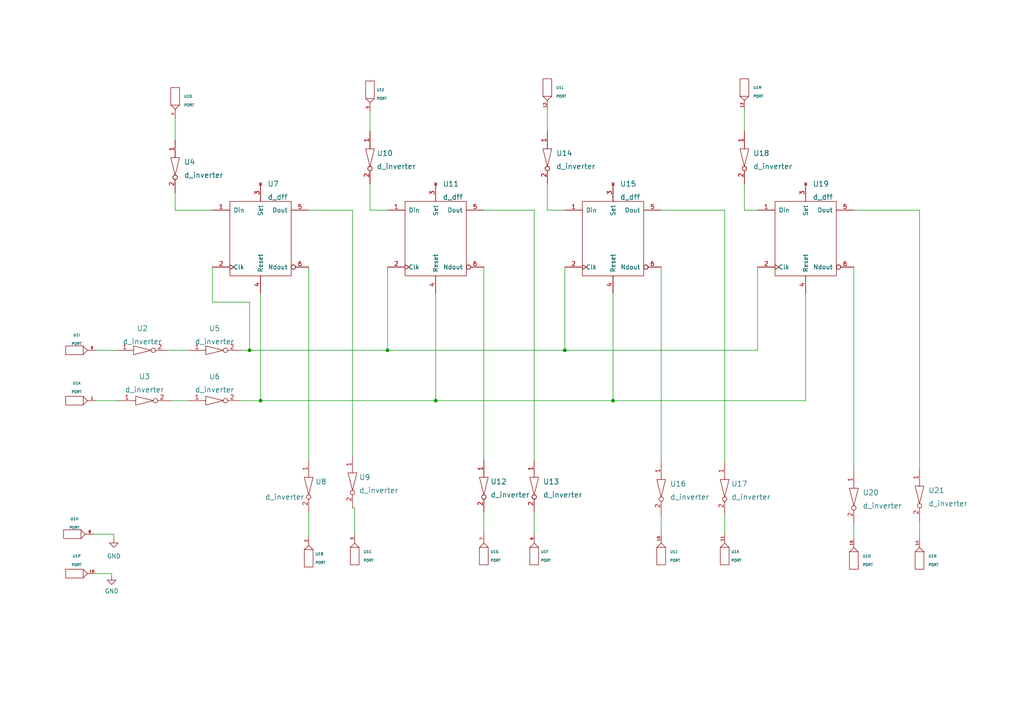
<source format=kicad_sch>
(kicad_sch (version 20211123) (generator eeschema)
  (paper "A4")
  (lib_symbols
    (symbol "d_dff_1" (pin_names (offset 1.016))
      (property "Reference" "U11" (at 2.0194 16.51 0))
      (property "Value" "d_dff_1" (at 2.0194 12.7 0))
      (symbol "d_dff_1_0_1"
        (rectangle (start 8.89 11.43) (end -8.89 -10.16))
      )
      (symbol "d_dff_1_1_1"
        (pin input line (at -13.97 8.89 0) (length 5.08) (name "Din") (number "1"))
        (pin input clock (at -13.97 -7.62 0) (length 5.08) (name "Clk") (number "2"))
        (pin no_connect line (at 0 16.51 270) (length 5.08) (name "Set") (number "3"))
        (pin input line (at 0 -15.24 90) (length 5.08) (name "Reset") (number "4"))
        (pin output line (at 13.97 8.89 180) (length 5.08) (name "Dout") (number "5"))
        (pin output inverted (at 13.97 -7.62 180) (length 5.08) (name "Ndout") (number "6"))
      )
    )
    (symbol "d_dff_2" (pin_names (offset 1.016))
      (property "Reference" "U7" (at 2.0194 16.51 0))
      (property "Value" "d_dff_2" (at 2.0194 12.7 0))
      (symbol "d_dff_2_0_1"
        (rectangle (start 8.89 11.43) (end -8.89 -10.16))
      )
      (symbol "d_dff_2_1_1"
        (pin input line (at -13.97 8.89 0) (length 5.08) (name "Din") (number "1"))
        (pin input clock (at -13.97 -7.62 0) (length 5.08) (name "Clk") (number "2"))
        (pin no_connect line (at 0 16.51 270) (length 5.08) (name "Set") (number "3"))
        (pin input line (at 0 -15.24 90) (length 5.08) (name "Reset") (number "4"))
        (pin output line (at 13.97 8.89 180) (length 5.08) (name "Dout") (number "5"))
        (pin output inverted (at 13.97 -7.62 180) (length 5.08) (name "Ndout") (number "6"))
      )
    )
    (symbol "d_dff_3" (pin_names (offset 1.016))
      (property "Reference" "U15" (at 2.0194 16.51 0))
      (property "Value" "d_dff_3" (at 2.0194 12.7 0))
      (symbol "d_dff_3_0_1"
        (rectangle (start 8.89 11.43) (end -8.89 -10.16))
      )
      (symbol "d_dff_3_1_1"
        (pin input line (at -13.97 8.89 0) (length 5.08) (name "Din") (number "1"))
        (pin input clock (at -13.97 -7.62 0) (length 5.08) (name "Clk") (number "2"))
        (pin no_connect line (at 0 16.51 270) (length 5.08) (name "Set") (number "3"))
        (pin input line (at 0 -15.24 90) (length 5.08) (name "Reset") (number "4"))
        (pin output line (at 13.97 8.89 180) (length 5.08) (name "Dout") (number "5"))
        (pin output inverted (at 13.97 -7.62 180) (length 5.08) (name "Ndout") (number "6"))
      )
    )
    (symbol "eSim_Digital:d_dff" (pin_names (offset 1.016))
      (property "Reference" "U19" (at 2.0194 16.51 0))
      (property "Value" "d_dff" (at 2.0194 12.7 0))
      (symbol "d_dff_0_1"
        (rectangle (start 8.89 11.43) (end -8.89 -10.16))
      )
      (symbol "d_dff_1_1"
        (pin input line (at -13.97 8.89 0) (length 5.08) (name "Din") (number "1"))
        (pin input clock (at -13.97 -7.62 0) (length 5.08) (name "Clk") (number "2"))
        (pin no_connect line (at 0 16.51 270) (length 5.08) (name "Set") (number "3"))
        (pin input line (at 0 -15.24 90) (length 5.08) (name "Reset") (number "4"))
        (pin output line (at 13.97 8.89 180) (length 5.08) (name "Dout") (number "5"))
        (pin output inverted (at 13.97 -7.62 180) (length 5.08) (name "Ndout") (number "6"))
      )
    )
    (symbol "eSim_Digital:d_inverter" (pin_names (offset 1.016))
      (property "Reference" "U" (at 0 -2.54 0))
      (property "Value" "d_inverter" (at 0 3.81 0))
      (symbol "d_inverter_0_1"
        (polyline (pts (xy -2.54 1.27) (xy -2.54 -1.27) (xy 2.54 0) (xy -2.54 1.27)))
      )
      (symbol "d_inverter_1_1"
        (pin input line (at -7.62 0 0) (length 5.08) (name "~") (number "1"))
        (pin output inverted (at 7.62 0 180) (length 5.08) (name "~") (number "2"))
      )
    )
    (symbol "eSim_Miscellaneous:PORT" (pin_names (offset 1.016))
      (property "Reference" "U" (at 1.27 2.54 0))
      (property "Value" "PORT" (at 0 0 0))
      (symbol "PORT_0_1"
        (rectangle (start -2.54 1.27) (end 2.54 -1.27))
        (arc (start 2.54 1.27) (mid 3.1355 0.5955) (end 3.81 0))
        (arc (start 3.81 0) (mid 3.1447 -0.6046) (end 2.54 -1.27))
      )
      (symbol "PORT_1_1"
        (pin bidirectional line (at 6.35 0 180) (length 2.54) (name "~") (number "1"))
      )
      (symbol "PORT_2_1"
        (pin bidirectional line (at 6.35 0 180) (length 2.54) (name "~") (number "2"))
      )
      (symbol "PORT_3_1"
        (pin bidirectional line (at 6.35 0 180) (length 2.54) (name "~") (number "3"))
      )
      (symbol "PORT_4_1"
        (pin bidirectional line (at 6.35 0 180) (length 2.54) (name "~") (number "4"))
      )
      (symbol "PORT_5_1"
        (pin bidirectional line (at 6.35 0 180) (length 2.54) (name "~") (number "5"))
      )
      (symbol "PORT_6_1"
        (pin bidirectional line (at 6.35 0 180) (length 2.54) (name "~") (number "6"))
      )
      (symbol "PORT_7_1"
        (pin bidirectional line (at 6.35 0 180) (length 2.54) (name "~") (number "7"))
      )
      (symbol "PORT_8_1"
        (pin bidirectional line (at 6.35 0 180) (length 2.54) (name "~") (number "8"))
      )
      (symbol "PORT_9_1"
        (pin bidirectional line (at 6.35 0 180) (length 2.54) (name "~") (number "9"))
      )
      (symbol "PORT_10_1"
        (pin bidirectional line (at 6.35 0 180) (length 2.54) (name "~") (number "10"))
      )
      (symbol "PORT_11_1"
        (pin bidirectional line (at 6.35 0 180) (length 2.54) (name "~") (number "11"))
      )
      (symbol "PORT_12_1"
        (pin bidirectional line (at 6.35 0 180) (length 2.54) (name "~") (number "12"))
      )
      (symbol "PORT_13_1"
        (pin bidirectional line (at 6.35 0 180) (length 2.54) (name "~") (number "13"))
      )
      (symbol "PORT_14_1"
        (pin bidirectional line (at 6.35 0 180) (length 2.54) (name "~") (number "14"))
      )
      (symbol "PORT_15_1"
        (pin bidirectional line (at 6.35 0 180) (length 2.54) (name "~") (number "15"))
      )
      (symbol "PORT_16_1"
        (pin bidirectional line (at 6.35 0 180) (length 2.54) (name "~") (number "16"))
      )
      (symbol "PORT_17_1"
        (pin bidirectional line (at 6.35 0 180) (length 2.54) (name "~") (number "17"))
      )
      (symbol "PORT_18_1"
        (pin bidirectional line (at 6.35 0 180) (length 2.54) (name "~") (number "18"))
      )
      (symbol "PORT_19_1"
        (pin bidirectional line (at 6.35 0 180) (length 2.54) (name "~") (number "19"))
      )
      (symbol "PORT_20_1"
        (pin bidirectional line (at 6.35 0 180) (length 2.54) (name "~") (number "20"))
      )
      (symbol "PORT_21_1"
        (pin bidirectional line (at 6.35 0 180) (length 2.54) (name "~") (number "21"))
      )
      (symbol "PORT_22_1"
        (pin bidirectional line (at 6.35 0 180) (length 2.54) (name "~") (number "22"))
      )
      (symbol "PORT_23_1"
        (pin bidirectional line (at 6.35 0 180) (length 2.54) (name "~") (number "23"))
      )
      (symbol "PORT_24_1"
        (pin bidirectional line (at 6.35 0 180) (length 2.54) (name "~") (number "24"))
      )
      (symbol "PORT_25_1"
        (pin bidirectional line (at 6.35 0 180) (length 2.54) (name "~") (number "25"))
      )
      (symbol "PORT_26_1"
        (pin bidirectional line (at 6.35 0 180) (length 2.54) (name "~") (number "26"))
      )
    )
    (symbol "eSim_Power:eSim_GND" (power) (pin_names (offset 0))
      (property "Value" "eSim_GND" (at 0 -3.81 0))
      (symbol "eSim_GND_0_1"
        (polyline (pts (xy 0 0) (xy 0 -1.27) (xy 1.27 -1.27) (xy 0 -2.54) (xy -1.27 -1.27) (xy 0 -1.27)))
      )
      (symbol "eSim_GND_1_1"
        (pin power_in line (at 0 0 270) (length 0) hide (name "GND") (number "1"))
      )
    )
  )
  (junction (at 177.8 116.205))
  (junction (at 126.365 116.205))
  (junction (at 72.39 101.6))
  (junction (at 75.565 116.205))
  (junction (at 163.83 101.6))
  (junction (at 112.395 101.6))
  (wire (pts (xy 33.02 156.21) (xy 33.02 154.94)))
  (wire (pts (xy 89.535 77.47) (xy 89.535 133.35)))
  (wire (pts (xy 266.7 60.96) (xy 266.7 135.89)))
  (wire (pts (xy 72.39 101.6) (xy 112.395 101.6)))
  (wire (pts (xy 158.75 31.75) (xy 158.75 38.1)))
  (wire (pts (xy 102.87 154.94) (xy 102.87 147.32)))
  (wire (pts (xy 154.94 148.59) (xy 154.94 154.94)))
  (wire (pts (xy 107.315 32.385) (xy 107.315 38.1)))
  (wire (pts (xy 163.83 101.6) (xy 219.71 101.6)))
  (wire (pts (xy 69.85 101.6) (xy 72.39 101.6)))
  (wire (pts (xy 48.895 101.6) (xy 54.61 101.6)))
  (wire (pts (xy 219.71 60.96) (xy 215.9 60.96)))
  (wire (pts (xy 215.9 31.75) (xy 215.9 38.1)))
  (wire (pts (xy 32.385 166.37) (xy 27.94 166.37)))
  (wire (pts (xy 140.335 60.96) (xy 154.94 60.96)))
  (wire (pts (xy 61.595 87.63) (xy 72.39 87.63)))
  (wire (pts (xy 33.02 154.94) (xy 27.305 154.94)))
  (wire (pts (xy 140.335 148.59) (xy 140.335 154.94)))
  (wire (pts (xy 107.315 60.96) (xy 107.315 53.34)))
  (wire (pts (xy 27.94 101.6) (xy 33.655 101.6)))
  (wire (pts (xy 266.7 151.13) (xy 266.7 156.21)))
  (wire (pts (xy 215.9 60.96) (xy 215.9 53.34)))
  (wire (pts (xy 191.77 60.96) (xy 210.185 60.96)))
  (wire (pts (xy 163.83 77.47) (xy 163.83 101.6)))
  (wire (pts (xy 61.595 77.47) (xy 61.595 87.63)))
  (wire (pts (xy 89.535 60.96) (xy 102.235 60.96)))
  (wire (pts (xy 27.94 116.205) (xy 34.29 116.205)))
  (wire (pts (xy 102.87 147.32) (xy 102.235 147.32)))
  (wire (pts (xy 112.395 101.6) (xy 163.83 101.6)))
  (wire (pts (xy 75.565 116.205) (xy 126.365 116.205)))
  (wire (pts (xy 154.94 60.96) (xy 154.94 133.35)))
  (wire (pts (xy 233.68 85.09) (xy 233.68 116.205)))
  (wire (pts (xy 219.71 101.6) (xy 219.71 77.47)))
  (wire (pts (xy 61.595 60.96) (xy 50.8 60.96)))
  (wire (pts (xy 75.565 85.09) (xy 75.565 116.205)))
  (wire (pts (xy 247.65 77.47) (xy 247.65 136.525)))
  (wire (pts (xy 210.185 149.225) (xy 210.185 154.94)))
  (wire (pts (xy 247.65 60.96) (xy 266.7 60.96)))
  (wire (pts (xy 112.395 77.47) (xy 112.395 101.6)))
  (wire (pts (xy 72.39 87.63) (xy 72.39 101.6)))
  (wire (pts (xy 89.535 148.59) (xy 89.535 155.575)))
  (wire (pts (xy 126.365 85.09) (xy 126.365 116.205)))
  (wire (pts (xy 140.335 77.47) (xy 140.335 133.35)))
  (wire (pts (xy 163.83 60.96) (xy 158.75 60.96)))
  (wire (pts (xy 210.185 60.96) (xy 210.185 133.985)))
  (wire (pts (xy 49.53 116.205) (xy 54.61 116.205)))
  (wire (pts (xy 50.8 55.88) (xy 50.8 60.96)))
  (wire (pts (xy 75.565 116.205) (xy 69.85 116.205)))
  (wire (pts (xy 247.65 151.765) (xy 247.65 156.21)))
  (wire (pts (xy 112.395 60.96) (xy 107.315 60.96)))
  (wire (pts (xy 177.8 116.205) (xy 233.68 116.205)))
  (wire (pts (xy 126.365 116.205) (xy 177.8 116.205)))
  (wire (pts (xy 191.77 77.47) (xy 191.77 133.985)))
  (wire (pts (xy 50.8 34.29) (xy 50.8 40.64)))
  (wire (pts (xy 191.77 149.225) (xy 191.77 154.94)))
  (wire (pts (xy 158.75 60.96) (xy 158.75 53.34)))
  (wire (pts (xy 32.385 167.005) (xy 32.385 166.37)))
  (wire (pts (xy 177.8 85.09) (xy 177.8 116.205)))
  (wire (pts (xy 102.235 60.96) (xy 102.235 132.08)))
  (symbol (lib_id "eSim_Miscellaneous:PORT") (at 21.59 116.205 0) (unit 1)
    (property "Reference" "U1" (at 22.225 111.125 0) (effects (font (size 0.762 0.762))))
    (property "Value" "PORT" (at 22.225 113.665 0) (effects (font (size 0.762 0.762))))
  )
  (symbol (lib_id "eSim_Miscellaneous:PORT") (at 89.535 161.925 90) (unit 2)
    (property "Reference" "U1" (at 91.44 160.655 90) (effects (font (size 0.762 0.762)) (justify right)))
    (property "Value" "PORT" (at 91.44 163.195 90) (effects (font (size 0.762 0.762)) (justify right)))
  )
  (symbol (lib_id "eSim_Miscellaneous:PORT") (at 158.75 25.4 90) (mirror x) (unit 12)
    (property "Reference" "U1" (at 161.29 25.4 90) (effects (font (size 0.762 0.762)) (justify right)))
    (property "Value" "PORT" (at 161.29 27.94 90) (effects (font (size 0.762 0.762)) (justify right)))
  )
  (symbol (lib_id "eSim_Miscellaneous:PORT") (at 266.7 162.56 90) (unit 14)
    (property "Reference" "U1" (at 269.24 161.29 90) (effects (font (size 0.762 0.762)) (justify right)))
    (property "Value" "PORT" (at 269.24 163.83 90) (effects (font (size 0.762 0.762)) (justify right)))
  )
  (symbol (lib_id "eSim_Digital:d_dff") (at 233.68 69.85 0) (unit 1)
    (property "Reference" "U19" (at 235.6994 53.34 0) (effects (font (size 1.524 1.524)) (justify left)))
    (property "Value" "d_dff" (at 235.6994 57.15 0) (effects (font (size 1.524 1.524)) (justify left)))
  )
  (symbol (lib_id "eSim_Digital:d_inverter") (at 41.275 101.6 0) (unit 1)
    (property "Reference" "U2" (at 41.275 95.25 0) (effects (font (size 1.524 1.524))))
    (property "Value" "d_inverter" (at 41.275 99.06 0) (effects (font (size 1.524 1.524))))
  )
  (symbol (lib_id "eSim_Miscellaneous:PORT") (at 215.9 25.4 90) (mirror x) (unit 13)
    (property "Reference" "U1" (at 218.44 25.4 90) (effects (font (size 0.762 0.762)) (justify right)))
    (property "Value" "PORT" (at 218.44 27.94 90) (effects (font (size 0.762 0.762)) (justify right)))
  )
  (symbol (lib_name "d_dff_3") (lib_id "eSim_Digital:d_dff") (at 177.8 69.85 0) (unit 1)
    (property "Reference" "U15" (at 179.8194 53.34 0) (effects (font (size 1.524 1.524)) (justify left)))
    (property "Value" "d_dff" (at 179.8194 57.15 0) (effects (font (size 1.524 1.524)) (justify left)))
  )
  (symbol (lib_id "eSim_Digital:d_inverter") (at 107.315 45.72 90) (mirror x) (unit 1)
    (property "Reference" "U10" (at 109.22 44.45 90) (effects (font (size 1.524 1.524)) (justify right)))
    (property "Value" "d_inverter" (at 109.22 48.26 90) (effects (font (size 1.524 1.524)) (justify right)))
  )
  (symbol (lib_id "eSim_Digital:d_inverter") (at 89.535 140.97 90) (mirror x) (unit 1)
    (property "Reference" "U8" (at 91.44 139.7 90) (effects (font (size 1.524 1.524)) (justify right)))
    (property "Value" "d_inverter" (at 76.835 144.145 90) (effects (font (size 1.524 1.524)) (justify right)))
  )
  (symbol (lib_id "eSim_Miscellaneous:PORT") (at 154.94 161.29 90) (unit 6)
    (property "Reference" "U1" (at 156.845 160.02 90) (effects (font (size 0.762 0.762)) (justify right)))
    (property "Value" "PORT" (at 156.845 162.56 90) (effects (font (size 0.762 0.762)) (justify right)))
  )
  (symbol (lib_id "eSim_Power:eSim_GND") (at 32.385 167.005 0) (unit 1)
    (property "Reference" "#PWR01" (effects hide))
    (property "Value" "eSim_GND" (at 32.385 171.45 0))
  )
  (symbol (lib_id "eSim_Digital:d_inverter") (at 154.94 140.97 90) (mirror x) (unit 1)
    (property "Reference" "U13" (at 157.48 139.7 90) (effects (font (size 1.524 1.524)) (justify right)))
    (property "Value" "d_inverter" (at 157.48 143.51 90) (effects (font (size 1.524 1.524)) (justify right)))
  )
  (symbol (lib_id "eSim_Miscellaneous:PORT") (at 210.185 161.29 90) (unit 11)
    (property "Reference" "U1" (at 212.09 160.02 90) (effects (font (size 0.762 0.762)) (justify right)))
    (property "Value" "PORT" (at 212.09 162.56 90) (effects (font (size 0.762 0.762)) (justify right)))
  )
  (symbol (lib_id "eSim_Miscellaneous:PORT") (at 21.59 166.37 0) (unit 16)
    (property "Reference" "U1" (at 22.225 161.29 0) (effects (font (size 0.762 0.762))))
    (property "Value" "PORT" (at 22.225 163.83 0) (effects (font (size 0.762 0.762))))
  )
  (symbol (lib_id "eSim_Digital:d_inverter") (at 140.335 140.97 90) (mirror x) (unit 1)
    (property "Reference" "U12" (at 142.24 139.7 90) (effects (font (size 1.524 1.524)) (justify right)))
    (property "Value" "d_inverter" (at 142.24 143.51 90) (effects (font (size 1.524 1.524)) (justify right)))
  )
  (symbol (lib_id "eSim_Miscellaneous:PORT") (at 20.955 154.94 0) (unit 8)
    (property "Reference" "U1" (at 21.59 150.495 0) (effects (font (size 0.762 0.762))))
    (property "Value" "PORT" (at 21.59 153.035 0) (effects (font (size 0.762 0.762))))
  )
  (symbol (lib_id "eSim_Digital:d_inverter") (at 41.91 116.205 0) (unit 1)
    (property "Reference" "U3" (at 41.91 109.22 0) (effects (font (size 1.524 1.524))))
    (property "Value" "d_inverter" (at 41.91 113.03 0) (effects (font (size 1.524 1.524))))
  )
  (symbol (lib_id "eSim_Digital:d_inverter") (at 210.185 141.605 90) (mirror x) (unit 1)
    (property "Reference" "U17" (at 212.09 140.335 90) (effects (font (size 1.524 1.524)) (justify right)))
    (property "Value" "d_inverter" (at 212.09 144.145 90) (effects (font (size 1.524 1.524)) (justify right)))
  )
  (symbol (lib_id "eSim_Digital:d_inverter") (at 158.75 45.72 90) (mirror x) (unit 1)
    (property "Reference" "U14" (at 161.29 44.45 90) (effects (font (size 1.524 1.524)) (justify right)))
    (property "Value" "d_inverter" (at 161.29 48.26 90) (effects (font (size 1.524 1.524)) (justify right)))
  )
  (symbol (lib_id "eSim_Digital:d_inverter") (at 266.7 143.51 90) (mirror x) (unit 1)
    (property "Reference" "U21" (at 269.24 142.24 90) (effects (font (size 1.524 1.524)) (justify right)))
    (property "Value" "d_inverter" (at 269.24 146.05 90) (effects (font (size 1.524 1.524)) (justify right)))
  )
  (symbol (lib_id "eSim_Digital:d_inverter") (at 102.235 139.7 90) (mirror x) (unit 1)
    (property "Reference" "U9" (at 104.14 138.43 90) (effects (font (size 1.524 1.524)) (justify right)))
    (property "Value" "d_inverter" (at 104.14 142.24 90) (effects (font (size 1.524 1.524)) (justify right)))
  )
  (symbol (lib_id "eSim_Miscellaneous:PORT") (at 50.8 27.94 90) (mirror x) (unit 4)
    (property "Reference" "U1" (at 53.34 27.94 90) (effects (font (size 0.762 0.762)) (justify right)))
    (property "Value" "PORT" (at 53.34 30.48 90) (effects (font (size 0.762 0.762)) (justify right)))
  )
  (symbol (lib_id "eSim_Miscellaneous:PORT") (at 102.87 161.29 90) (unit 3)
    (property "Reference" "U1" (at 105.41 160.02 90) (effects (font (size 0.762 0.762)) (justify right)))
    (property "Value" "PORT" (at 105.41 162.56 90) (effects (font (size 0.762 0.762)) (justify right)))
  )
  (symbol (lib_id "eSim_Digital:d_inverter") (at 247.65 144.145 90) (mirror x) (unit 1)
    (property "Reference" "U20" (at 250.19 142.875 90) (effects (font (size 1.524 1.524)) (justify right)))
    (property "Value" "d_inverter" (at 250.19 146.685 90) (effects (font (size 1.524 1.524)) (justify right)))
  )
  (symbol (lib_id "eSim_Digital:d_inverter") (at 50.8 48.26 90) (mirror x) (unit 1)
    (property "Reference" "U4" (at 53.34 46.99 90) (effects (font (size 1.524 1.524)) (justify right)))
    (property "Value" "d_inverter" (at 53.34 50.8 90) (effects (font (size 1.524 1.524)) (justify right)))
  )
  (symbol (lib_id "eSim_Digital:d_inverter") (at 62.23 101.6 0) (unit 1)
    (property "Reference" "U5" (at 62.23 95.25 0) (effects (font (size 1.524 1.524))))
    (property "Value" "d_inverter" (at 62.23 99.06 0) (effects (font (size 1.524 1.524))))
  )
  (symbol (lib_id "eSim_Miscellaneous:PORT") (at 247.65 162.56 90) (unit 15)
    (property "Reference" "U1" (at 250.19 161.29 90) (effects (font (size 0.762 0.762)) (justify right)))
    (property "Value" "PORT" (at 250.19 163.83 90) (effects (font (size 0.762 0.762)) (justify right)))
  )
  (symbol (lib_id "eSim_Miscellaneous:PORT") (at 191.77 161.29 90) (unit 10)
    (property "Reference" "U1" (at 194.31 160.02 90) (effects (font (size 0.762 0.762)) (justify right)))
    (property "Value" "PORT" (at 194.31 162.56 90) (effects (font (size 0.762 0.762)) (justify right)))
  )
  (symbol (lib_id "eSim_Digital:d_inverter") (at 62.23 116.205 0) (unit 1)
    (property "Reference" "U6" (at 62.23 109.22 0) (effects (font (size 1.524 1.524))))
    (property "Value" "d_inverter" (at 62.23 113.03 0) (effects (font (size 1.524 1.524))))
  )
  (symbol (lib_name "d_dff_2") (lib_id "eSim_Digital:d_dff") (at 75.565 69.85 0) (unit 1)
    (property "Reference" "U7" (at 77.5844 53.34 0) (effects (font (size 1.524 1.524)) (justify left)))
    (property "Value" "d_dff" (at 77.5844 57.15 0) (effects (font (size 1.524 1.524)) (justify left)))
  )
  (symbol (lib_id "eSim_Miscellaneous:PORT") (at 21.59 101.6 0) (unit 9)
    (property "Reference" "U1" (at 22.225 97.155 0) (effects (font (size 0.762 0.762))))
    (property "Value" "PORT" (at 22.225 99.695 0) (effects (font (size 0.762 0.762))))
  )
  (symbol (lib_id "eSim_Digital:d_inverter") (at 191.77 141.605 90) (mirror x) (unit 1)
    (property "Reference" "U16" (at 194.31 140.335 90) (effects (font (size 1.524 1.524)) (justify right)))
    (property "Value" "d_inverter" (at 194.31 144.145 90) (effects (font (size 1.524 1.524)) (justify right)))
  )
  (symbol (lib_id "eSim_Miscellaneous:PORT") (at 140.335 161.29 90) (unit 7)
    (property "Reference" "U1" (at 142.24 160.02 90) (effects (font (size 0.762 0.762)) (justify right)))
    (property "Value" "PORT" (at 142.24 162.56 90) (effects (font (size 0.762 0.762)) (justify right)))
  )
  (symbol (lib_id "eSim_Digital:d_inverter") (at 215.9 45.72 90) (mirror x) (unit 1)
    (property "Reference" "U18" (at 218.44 44.45 90) (effects (font (size 1.524 1.524)) (justify right)))
    (property "Value" "d_inverter" (at 218.44 48.26 90) (effects (font (size 1.524 1.524)) (justify right)))
  )
  (symbol (lib_name "d_dff_1") (lib_id "eSim_Digital:d_dff") (at 126.365 69.85 0) (unit 1)
    (property "Reference" "U11" (at 128.3844 53.34 0) (effects (font (size 1.524 1.524)) (justify left)))
    (property "Value" "d_dff" (at 128.3844 57.15 0) (effects (font (size 1.524 1.524)) (justify left)))
  )
  (symbol (lib_id "eSim_Miscellaneous:PORT") (at 107.315 26.035 90) (mirror x) (unit 5)
    (property "Reference" "U1" (at 109.22 26.035 90) (effects (font (size 0.762 0.762)) (justify right)))
    (property "Value" "PORT" (at 109.22 28.575 90) (effects (font (size 0.762 0.762)) (justify right)))
  )
  (symbol (lib_id "eSim_Power:eSim_GND") (at 33.02 156.21 0) (unit 1)
    (property "Reference" "#PWR02" (effects hide))
    (property "Value" "eSim_GND" (at 33.02 161.29 0))
  )
)
</source>
